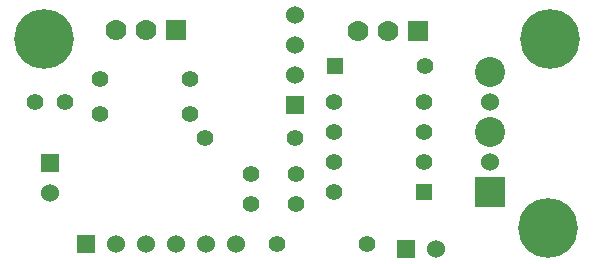
<source format=gts>
G04 (created by PCBNEW (2013-june-11)-stable) date Sun 07 Dec 2014 10:12:18 PM EST*
%MOIN*%
G04 Gerber Fmt 3.4, Leading zero omitted, Abs format*
%FSLAX34Y34*%
G01*
G70*
G90*
G04 APERTURE LIST*
%ADD10C,0.00590551*%
%ADD11C,0.19937*%
%ADD12C,0.06*%
%ADD13C,0.1*%
%ADD14R,0.1X0.1*%
%ADD15R,0.06X0.06*%
%ADD16C,0.07*%
%ADD17R,0.07X0.07*%
%ADD18C,0.055*%
%ADD19R,0.055X0.055*%
G04 APERTURE END LIST*
G54D10*
G54D11*
X40750Y-41150D03*
X57600Y-41150D03*
X57550Y-47450D03*
G54D12*
X55600Y-43250D03*
G54D13*
X55600Y-44250D03*
G54D14*
X55600Y-46250D03*
G54D13*
X55600Y-42250D03*
G54D12*
X55600Y-45250D03*
G54D15*
X52800Y-48150D03*
G54D12*
X53800Y-48150D03*
G54D16*
X43150Y-40850D03*
X44150Y-40850D03*
G54D17*
X45150Y-40850D03*
G54D16*
X51200Y-40900D03*
X52200Y-40900D03*
G54D17*
X53200Y-40900D03*
G54D18*
X45600Y-43650D03*
X42600Y-43650D03*
X51500Y-48000D03*
X48500Y-48000D03*
G54D15*
X49100Y-43350D03*
G54D12*
X49100Y-42350D03*
X49100Y-41350D03*
X49100Y-40350D03*
G54D15*
X42150Y-48000D03*
G54D12*
X43150Y-48000D03*
X44150Y-48000D03*
X45150Y-48000D03*
X46150Y-48000D03*
X47150Y-48000D03*
G54D18*
X41450Y-43250D03*
X40450Y-43250D03*
X47650Y-46650D03*
X47650Y-45650D03*
G54D19*
X53400Y-46250D03*
G54D18*
X53400Y-45250D03*
X53400Y-44250D03*
X53400Y-43250D03*
X50400Y-43250D03*
X50400Y-44250D03*
X50400Y-45250D03*
X50400Y-46250D03*
X49150Y-45650D03*
X49150Y-46650D03*
G54D15*
X40950Y-45300D03*
G54D12*
X40950Y-46300D03*
G54D18*
X42600Y-42500D03*
X45600Y-42500D03*
X49100Y-44450D03*
X46100Y-44450D03*
G54D19*
X50450Y-42050D03*
G54D18*
X53450Y-42050D03*
M02*

</source>
